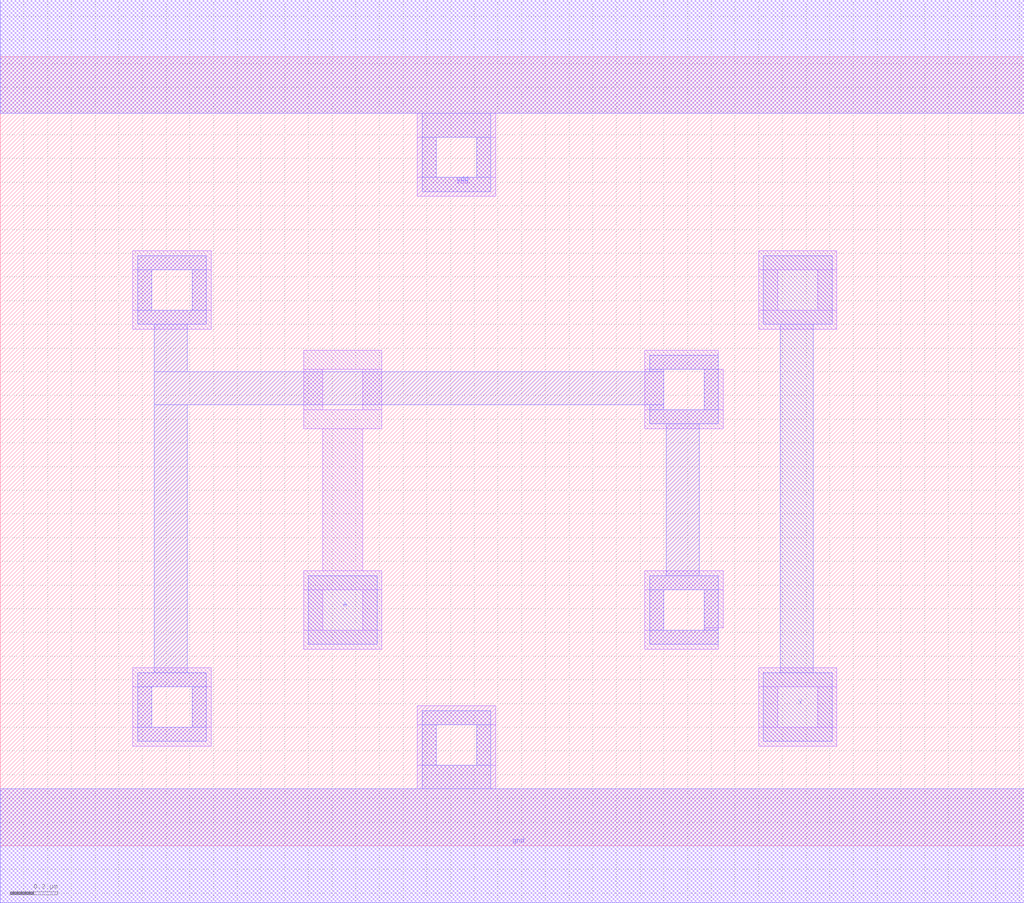
<source format=lef>
VERSION 5.7 ;
  NOWIREEXTENSIONATPIN ON ;
  DIVIDERCHAR "/" ;
  BUSBITCHARS "[]" ;
MACRO BUFX2
  CLASS CORE ;
  FOREIGN BUFX2 ;
  ORIGIN 0.000 0.000 ;
  SIZE 4.320 BY 3.330 ;
  SYMMETRY X Y R90 ;
  SITE unit ;
  PIN vdd
    DIRECTION INOUT ;
    USE POWER ;
    SHAPE ABUTMENT ;
    PORT
      LAYER met1 ;
        RECT 0.000 3.090 4.320 3.570 ;
        RECT 1.780 2.990 2.070 3.090 ;
        RECT 1.780 2.820 1.840 2.990 ;
        RECT 2.010 2.820 2.070 2.990 ;
        RECT 1.780 2.760 2.070 2.820 ;
    END
    PORT
      LAYER li1 ;
        RECT 0.000 3.090 4.320 3.570 ;
        RECT 1.760 2.990 2.090 3.090 ;
        RECT 1.760 2.820 1.840 2.990 ;
        RECT 2.010 2.820 2.090 2.990 ;
        RECT 1.760 2.740 2.090 2.820 ;
    END
  END vdd
  PIN gnd
    DIRECTION INOUT ;
    USE GROUND ;
    SHAPE ABUTMENT ;
    PORT
      LAYER met1 ;
        RECT 1.780 0.510 2.070 0.570 ;
        RECT 1.780 0.340 1.840 0.510 ;
        RECT 2.010 0.340 2.070 0.510 ;
        RECT 1.780 0.240 2.070 0.340 ;
        RECT 0.000 -0.240 4.320 0.240 ;
    END
    PORT
      LAYER li1 ;
        RECT 1.760 0.510 2.090 0.590 ;
        RECT 1.760 0.340 1.840 0.510 ;
        RECT 2.010 0.340 2.090 0.510 ;
        RECT 1.760 0.240 2.090 0.340 ;
        RECT 0.000 -0.240 4.320 0.240 ;
    END
  END gnd
  PIN Y
    DIRECTION INOUT ;
    USE SIGNAL ;
    SHAPE ABUTMENT ;
    PORT
      LAYER met1 ;
        RECT 3.220 2.200 3.510 2.490 ;
        RECT 3.290 0.730 3.430 2.200 ;
        RECT 3.220 0.440 3.510 0.730 ;
    END
  END Y
  PIN A
    DIRECTION INOUT ;
    USE SIGNAL ;
    SHAPE ABUTMENT ;
    PORT
      LAYER met1 ;
        RECT 1.300 0.850 1.590 1.140 ;
    END
  END A
  OBS
      LAYER li1 ;
        RECT 0.560 2.430 0.890 2.510 ;
        RECT 0.560 2.260 0.640 2.430 ;
        RECT 0.810 2.260 0.890 2.430 ;
        RECT 0.560 2.180 0.890 2.260 ;
        RECT 3.200 2.430 3.530 2.510 ;
        RECT 3.200 2.260 3.280 2.430 ;
        RECT 3.450 2.260 3.530 2.430 ;
        RECT 3.200 2.180 3.530 2.260 ;
        RECT 1.280 2.010 1.610 2.090 ;
        RECT 1.280 1.840 1.360 2.010 ;
        RECT 1.530 1.840 1.610 2.010 ;
        RECT 1.280 1.760 1.610 1.840 ;
        RECT 2.720 2.010 3.030 2.090 ;
        RECT 2.720 1.840 2.800 2.010 ;
        RECT 2.970 1.840 3.050 2.010 ;
        RECT 2.720 1.760 3.050 1.840 ;
        RECT 1.360 1.160 1.530 1.760 ;
        RECT 1.280 1.080 1.610 1.160 ;
        RECT 1.280 0.910 1.360 1.080 ;
        RECT 1.530 0.910 1.610 1.080 ;
        RECT 1.280 0.830 1.610 0.910 ;
        RECT 2.720 1.080 3.050 1.160 ;
        RECT 2.720 0.910 2.800 1.080 ;
        RECT 2.970 0.920 3.050 1.080 ;
        RECT 2.970 0.910 3.030 0.920 ;
        RECT 2.720 0.830 3.030 0.910 ;
        RECT 0.560 0.670 0.890 0.750 ;
        RECT 0.560 0.500 0.640 0.670 ;
        RECT 0.810 0.500 0.890 0.670 ;
        RECT 0.560 0.420 0.890 0.500 ;
        RECT 3.200 0.670 3.530 0.750 ;
        RECT 3.200 0.500 3.280 0.670 ;
        RECT 3.450 0.500 3.530 0.670 ;
        RECT 3.200 0.420 3.530 0.500 ;
      LAYER met1 ;
        RECT 0.580 2.430 0.870 2.490 ;
        RECT 0.580 2.260 0.640 2.430 ;
        RECT 0.810 2.260 0.870 2.430 ;
        RECT 0.580 2.200 0.870 2.260 ;
        RECT 0.650 2.000 0.790 2.200 ;
        RECT 2.740 2.010 3.030 2.070 ;
        RECT 2.740 2.000 2.800 2.010 ;
        RECT 0.650 1.860 2.800 2.000 ;
        RECT 0.650 0.730 0.790 1.860 ;
        RECT 2.740 1.840 2.800 1.860 ;
        RECT 2.970 1.840 3.030 2.010 ;
        RECT 2.740 1.780 3.030 1.840 ;
        RECT 2.810 1.140 2.950 1.780 ;
        RECT 2.740 1.080 3.030 1.140 ;
        RECT 2.740 0.910 2.800 1.080 ;
        RECT 2.970 0.910 3.030 1.080 ;
        RECT 2.740 0.850 3.030 0.910 ;
        RECT 0.580 0.670 0.870 0.730 ;
        RECT 0.580 0.500 0.640 0.670 ;
        RECT 0.810 0.500 0.870 0.670 ;
        RECT 0.580 0.440 0.870 0.500 ;
  END
END BUFX2
END LIBRARY


</source>
